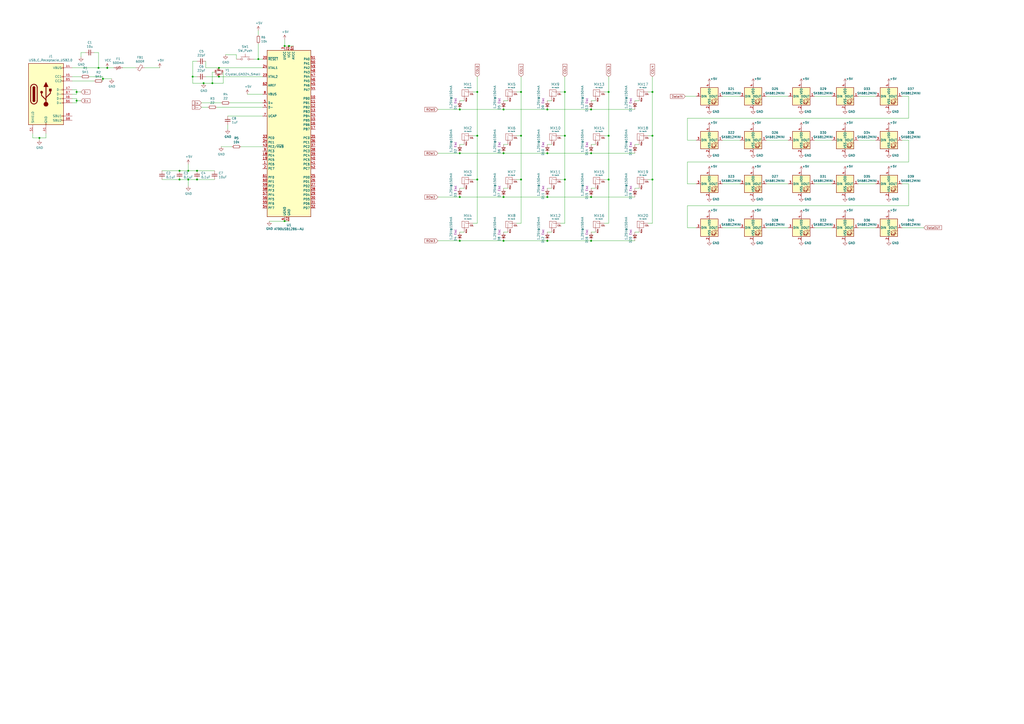
<source format=kicad_sch>
(kicad_sch (version 20211123) (generator eeschema)
  (paper "A2")
  (title_block (title "Macro Board"))
  (junction (at 276.86 104.14))
  (junction (at 266.7 139.7))
  (junction (at 302.26 104.14))
  (junction (at 276.86 53.34))
  (junction (at 317.5 63.5))
  (junction (at 378.46 53.34))
  (junction (at 109.22 99.06))
  (junction (at 104.14 99.06))
  (junction (at 127 39.37))
  (junction (at 353.06 53.34))
  (junction (at 317.5 114.3))
  (junction (at 165.1 26.67))
  (junction (at 118.11 48.26))
  (junction (at 327.66 78.74))
  (junction (at 353.06 78.74))
  (junction (at 302.26 53.34))
  (junction (at 292.1 88.9))
  (junction (at 22.86 80.01))
  (junction (at 266.7 88.9))
  (junction (at 327.66 53.34))
  (junction (at 378.46 78.74))
  (junction (at 109.22 104.14))
  (junction (at 266.7 114.3))
  (junction (at 292.1 139.7))
  (junction (at 167.64 26.67))
  (junction (at 317.5 139.7))
  (junction (at 342.9 63.5))
  (junction (at 292.1 63.5))
  (junction (at 123.19 48.26))
  (junction (at 104.14 104.14))
  (junction (at 266.7 63.5))
  (junction (at 44.45 58.42))
  (junction (at 114.3 104.14))
  (junction (at 292.1 114.3))
  (junction (at 62.23 39.37))
  (junction (at 302.26 78.74))
  (junction (at 165.1 128.27))
  (junction (at 378.46 104.14))
  (junction (at 342.9 139.7))
  (junction (at 317.5 88.9))
  (junction (at 327.66 104.14))
  (junction (at 114.3 99.06))
  (junction (at 149.86 34.29))
  (junction (at 111.76 44.45))
  (junction (at 59.69 45.72))
  (junction (at 57.15 39.37))
  (junction (at 276.86 78.74))
  (junction (at 44.45 53.34))
  (junction (at 342.9 88.9))
  (junction (at 127 44.45))
  (junction (at 353.06 104.14))
  (junction (at 342.9 114.3))
  (wire (pts (xy 19.05 80.01) (xy 22.86 80.01)))
  (wire (pts (xy 350.52 78.74) (xy 353.06 78.74)))
  (wire (pts (xy 527.05 119.38) (xy 398.78 119.38)))
  (wire (pts (xy 109.22 99.06) (xy 114.3 99.06)))
  (wire (pts (xy 444.5 81.28) (xy 457.2 81.28)))
  (wire (pts (xy 104.14 99.06) (xy 109.22 99.06)))
  (wire (pts (xy 266.7 114.3) (xy 292.1 114.3)))
  (wire (pts (xy 397.51 55.88) (xy 403.86 55.88)))
  (wire (pts (xy 44.45 59.69) (xy 41.91 59.69)))
  (wire (pts (xy 375.92 78.74) (xy 378.46 78.74)))
  (wire (pts (xy 147.32 34.29) (xy 149.86 34.29)))
  (wire (pts (xy 342.9 83.82) (xy 345.44 83.82)))
  (wire (pts (xy 299.72 78.74) (xy 302.26 78.74)))
  (wire (pts (xy 398.78 132.08) (xy 403.86 132.08)))
  (wire (pts (xy 266.7 134.62) (xy 269.24 134.62)))
  (wire (pts (xy 523.24 132.08) (xy 535.94 132.08)))
  (wire (pts (xy 254 88.9) (xy 266.7 88.9)))
  (wire (pts (xy 114.3 104.14) (xy 124.46 104.14)))
  (wire (pts (xy 266.7 63.5) (xy 292.1 63.5)))
  (wire (pts (xy 83.82 39.37) (xy 92.71 39.37)))
  (wire (pts (xy 266.7 109.22) (xy 269.24 109.22)))
  (wire (pts (xy 132.08 72.39) (xy 132.08 74.93)))
  (wire (pts (xy 46.99 30.48) (xy 46.99 33.02)))
  (wire (pts (xy 350.52 129.54) (xy 353.06 129.54)))
  (wire (pts (xy 129.54 41.91) (xy 129.54 48.26)))
  (wire (pts (xy 114.3 99.06) (xy 124.46 99.06)))
  (wire (pts (xy 317.5 114.3) (xy 342.9 114.3)))
  (wire (pts (xy 419.1 132.08) (xy 429.26 132.08)))
  (wire (pts (xy 152.4 59.69) (xy 133.35 59.69)))
  (wire (pts (xy 317.5 83.82) (xy 320.04 83.82)))
  (wire (pts (xy 527.05 106.68) (xy 527.05 119.38)))
  (wire (pts (xy 368.3 83.82) (xy 370.84 83.82)))
  (wire (pts (xy 266.7 88.9) (xy 292.1 88.9)))
  (wire (pts (xy 276.86 78.74) (xy 276.86 104.14)))
  (wire (pts (xy 123.19 48.26) (xy 129.54 48.26)))
  (wire (pts (xy 497.84 81.28) (xy 508 81.28)))
  (wire (pts (xy 398.78 81.28) (xy 403.86 81.28)))
  (wire (pts (xy 152.4 39.37) (xy 127 39.37)))
  (wire (pts (xy 59.69 44.45) (xy 59.69 45.72)))
  (wire (pts (xy 109.22 104.14) (xy 109.22 107.95)))
  (wire (pts (xy 368.3 109.22) (xy 370.84 109.22)))
  (wire (pts (xy 254 63.5) (xy 266.7 63.5)))
  (wire (pts (xy 342.9 63.5) (xy 368.3 63.5)))
  (wire (pts (xy 353.06 53.34) (xy 353.06 78.74)))
  (wire (pts (xy 444.5 132.08) (xy 457.2 132.08)))
  (wire (pts (xy 342.9 134.62) (xy 345.44 134.62)))
  (wire (pts (xy 44.45 58.42) (xy 44.45 59.69)))
  (wire (pts (xy 152.4 54.61) (xy 143.51 54.61)))
  (wire (pts (xy 292.1 58.42) (xy 294.64 58.42)))
  (wire (pts (xy 19.05 77.47) (xy 19.05 80.01)))
  (wire (pts (xy 497.84 132.08) (xy 508 132.08)))
  (wire (pts (xy 59.69 46.99) (xy 59.69 45.72)))
  (wire (pts (xy 149.86 34.29) (xy 149.86 25.4)))
  (wire (pts (xy 104.14 104.14) (xy 109.22 104.14)))
  (wire (pts (xy 353.06 78.74) (xy 353.06 104.14)))
  (wire (pts (xy 137.16 31.75) (xy 130.81 31.75)))
  (wire (pts (xy 44.45 53.34) (xy 46.99 53.34)))
  (wire (pts (xy 127 44.45) (xy 119.38 44.45)))
  (wire (pts (xy 128.27 59.69) (xy 116.84 59.69)))
  (wire (pts (xy 137.16 34.29) (xy 137.16 31.75)))
  (wire (pts (xy 523.24 55.88) (xy 527.05 55.88)))
  (wire (pts (xy 368.3 58.42) (xy 370.84 58.42)))
  (wire (pts (xy 527.05 93.98) (xy 398.78 93.98)))
  (wire (pts (xy 444.5 55.88) (xy 457.2 55.88)))
  (wire (pts (xy 325.12 104.14) (xy 327.66 104.14)))
  (wire (pts (xy 170.18 26.67) (xy 167.64 26.67)))
  (wire (pts (xy 26.67 80.01) (xy 26.67 77.47)))
  (wire (pts (xy 93.98 104.14) (xy 104.14 104.14)))
  (wire (pts (xy 317.5 58.42) (xy 320.04 58.42)))
  (wire (pts (xy 149.86 34.29) (xy 152.4 34.29)))
  (wire (pts (xy 127 39.37) (xy 119.38 39.37)))
  (wire (pts (xy 342.9 139.7) (xy 368.3 139.7)))
  (wire (pts (xy 57.15 39.37) (xy 62.23 39.37)))
  (wire (pts (xy 350.52 53.34) (xy 353.06 53.34)))
  (wire (pts (xy 419.1 55.88) (xy 429.26 55.88)))
  (wire (pts (xy 342.9 109.22) (xy 345.44 109.22)))
  (wire (pts (xy 167.64 128.27) (xy 165.1 128.27)))
  (wire (pts (xy 59.69 45.72) (xy 64.77 45.72)))
  (wire (pts (xy 325.12 78.74) (xy 327.66 78.74)))
  (wire (pts (xy 119.38 39.37) (xy 119.38 35.56)))
  (wire (pts (xy 317.5 88.9) (xy 342.9 88.9)))
  (wire (pts (xy 22.86 80.01) (xy 22.86 81.28)))
  (wire (pts (xy 302.26 78.74) (xy 302.26 104.14)))
  (wire (pts (xy 41.91 44.45) (xy 46.99 44.45)))
  (wire (pts (xy 52.07 44.45) (xy 59.69 44.45)))
  (wire (pts (xy 114.3 44.45) (xy 111.76 44.45)))
  (wire (pts (xy 276.86 44.45) (xy 276.86 53.34)))
  (wire (pts (xy 292.1 83.82) (xy 294.64 83.82)))
  (wire (pts (xy 398.78 93.98) (xy 398.78 106.68)))
  (wire (pts (xy 149.86 20.32) (xy 149.86 17.78)))
  (wire (pts (xy 299.72 104.14) (xy 302.26 104.14)))
  (wire (pts (xy 41.91 39.37) (xy 57.15 39.37)))
  (wire (pts (xy 398.78 68.58) (xy 398.78 81.28)))
  (wire (pts (xy 57.15 39.37) (xy 57.15 30.48)))
  (wire (pts (xy 165.1 26.67) (xy 165.1 22.86)))
  (wire (pts (xy 123.19 41.91) (xy 123.19 48.26)))
  (wire (pts (xy 398.78 106.68) (xy 403.86 106.68)))
  (wire (pts (xy 167.64 26.67) (xy 165.1 26.67)))
  (wire (pts (xy 472.44 132.08) (xy 482.6 132.08)))
  (wire (pts (xy 266.7 83.82) (xy 269.24 83.82)))
  (wire (pts (xy 472.44 55.88) (xy 482.6 55.88)))
  (wire (pts (xy 41.91 46.99) (xy 54.61 46.99)))
  (wire (pts (xy 350.52 104.14) (xy 353.06 104.14)))
  (wire (pts (xy 274.32 53.34) (xy 276.86 53.34)))
  (wire (pts (xy 44.45 57.15) (xy 44.45 58.42)))
  (wire (pts (xy 497.84 106.68) (xy 508 106.68)))
  (wire (pts (xy 292.1 114.3) (xy 317.5 114.3)))
  (wire (pts (xy 274.32 129.54) (xy 276.86 129.54)))
  (wire (pts (xy 523.24 106.68) (xy 527.05 106.68)))
  (wire (pts (xy 302.26 104.14) (xy 302.26 129.54)))
  (wire (pts (xy 419.1 81.28) (xy 429.26 81.28)))
  (wire (pts (xy 292.1 134.62) (xy 294.64 134.62)))
  (wire (pts (xy 317.5 134.62) (xy 320.04 134.62)))
  (wire (pts (xy 292.1 139.7) (xy 317.5 139.7)))
  (wire (pts (xy 398.78 119.38) (xy 398.78 132.08)))
  (wire (pts (xy 523.24 81.28) (xy 527.05 81.28)))
  (wire (pts (xy 254 139.7) (xy 266.7 139.7)))
  (wire (pts (xy 165.1 128.27) (xy 156.21 128.27)))
  (wire (pts (xy 368.3 134.62) (xy 370.84 134.62)))
  (wire (pts (xy 378.46 78.74) (xy 378.46 104.14)))
  (wire (pts (xy 292.1 63.5) (xy 317.5 63.5)))
  (wire (pts (xy 111.76 35.56) (xy 111.76 44.45)))
  (wire (pts (xy 375.92 129.54) (xy 378.46 129.54)))
  (wire (pts (xy 134.62 85.09) (xy 128.27 85.09)))
  (wire (pts (xy 527.05 68.58) (xy 398.78 68.58)))
  (wire (pts (xy 124.46 41.91) (xy 123.19 41.91)))
  (wire (pts (xy 274.32 78.74) (xy 276.86 78.74)))
  (wire (pts (xy 123.19 48.26) (xy 118.11 48.26)))
  (wire (pts (xy 327.66 78.74) (xy 327.66 104.14)))
  (wire (pts (xy 109.22 99.06) (xy 109.22 95.25)))
  (wire (pts (xy 325.12 129.54) (xy 327.66 129.54)))
  (wire (pts (xy 299.72 53.34) (xy 302.26 53.34)))
  (wire (pts (xy 419.1 106.68) (xy 429.26 106.68)))
  (wire (pts (xy 378.46 53.34) (xy 378.46 78.74)))
  (wire (pts (xy 444.5 106.68) (xy 457.2 106.68)))
  (wire (pts (xy 292.1 109.22) (xy 294.64 109.22)))
  (wire (pts (xy 254 114.3) (xy 266.7 114.3)))
  (wire (pts (xy 22.86 80.01) (xy 26.67 80.01)))
  (wire (pts (xy 317.5 139.7) (xy 342.9 139.7)))
  (wire (pts (xy 317.5 63.5) (xy 342.9 63.5)))
  (wire (pts (xy 325.12 53.34) (xy 327.66 53.34)))
  (wire (pts (xy 353.06 44.45) (xy 353.06 53.34)))
  (wire (pts (xy 49.53 30.48) (xy 46.99 30.48)))
  (wire (pts (xy 44.45 52.07) (xy 44.45 53.34)))
  (wire (pts (xy 41.91 57.15) (xy 44.45 57.15)))
  (wire (pts (xy 93.98 99.06) (xy 104.14 99.06)))
  (wire (pts (xy 266.7 58.42) (xy 269.24 58.42)))
  (wire (pts (xy 292.1 88.9) (xy 317.5 88.9)))
  (wire (pts (xy 342.9 88.9) (xy 368.3 88.9)))
  (wire (pts (xy 114.3 35.56) (xy 111.76 35.56)))
  (wire (pts (xy 353.06 104.14) (xy 353.06 129.54)))
  (wire (pts (xy 472.44 106.68) (xy 482.6 106.68)))
  (wire (pts (xy 276.86 53.34) (xy 276.86 78.74)))
  (wire (pts (xy 120.65 62.23) (xy 116.84 62.23)))
  (wire (pts (xy 41.91 52.07) (xy 44.45 52.07)))
  (wire (pts (xy 62.23 39.37) (xy 66.04 39.37)))
  (wire (pts (xy 342.9 58.42) (xy 345.44 58.42)))
  (wire (pts (xy 299.72 129.54) (xy 302.26 129.54)))
  (wire (pts (xy 44.45 53.34) (xy 44.45 54.61)))
  (wire (pts (xy 111.76 48.26) (xy 118.11 48.26)))
  (wire (pts (xy 71.12 39.37) (xy 78.74 39.37)))
  (wire (pts (xy 111.76 44.45) (xy 111.76 48.26)))
  (wire (pts (xy 44.45 54.61) (xy 41.91 54.61)))
  (wire (pts (xy 152.4 62.23) (xy 125.73 62.23)))
  (wire (pts (xy 302.26 53.34) (xy 302.26 78.74)))
  (wire (pts (xy 109.22 104.14) (xy 114.3 104.14)))
  (wire (pts (xy 274.32 104.14) (xy 276.86 104.14)))
  (wire (pts (xy 375.92 53.34) (xy 378.46 53.34)))
  (wire (pts (xy 276.86 104.14) (xy 276.86 129.54)))
  (wire (pts (xy 317.5 109.22) (xy 320.04 109.22)))
  (wire (pts (xy 327.66 53.34) (xy 327.66 78.74)))
  (wire (pts (xy 57.15 30.48) (xy 54.61 30.48)))
  (wire (pts (xy 152.4 67.31) (xy 132.08 67.31)))
  (wire (pts (xy 44.45 58.42) (xy 46.99 58.42)))
  (wire (pts (xy 527.05 55.88) (xy 527.05 68.58)))
  (wire (pts (xy 342.9 114.3) (xy 368.3 114.3)))
  (wire (pts (xy 378.46 44.45) (xy 378.46 53.34)))
  (wire (pts (xy 497.84 55.88) (xy 508 55.88)))
  (wire (pts (xy 375.92 104.14) (xy 378.46 104.14)))
  (wire (pts (xy 139.7 85.09) (xy 152.4 85.09)))
  (wire (pts (xy 472.44 81.28) (xy 482.6 81.28)))
  (wire (pts (xy 152.4 44.45) (xy 127 44.45)))
  (wire (pts (xy 266.7 139.7) (xy 292.1 139.7)))
  (wire (pts (xy 327.66 104.14) (xy 327.66 129.54)))
  (wire (pts (xy 302.26 44.45) (xy 302.26 53.34)))
  (wire (pts (xy 378.46 104.14) (xy 378.46 129.54)))
  (wire (pts (xy 327.66 44.45) (xy 327.66 53.34)))
  (wire (pts (xy 527.05 81.28) (xy 527.05 93.98)))
  (global_label "COL0" (shape input) (at 276.86 44.45 90) (property "Intersheet References" "${INTERSHEET_REFS}" (effects hide)))
  (global_label "D-" (shape input) (at 46.99 53.34 0) (property "Intersheet References" "${INTERSHEET_REFS}" (effects hide)))
  (global_label "COL2" (shape input) (at 327.66 44.45 90) (property "Intersheet References" "${INTERSHEET_REFS}" (effects hide)))
  (global_label "DataOUT" (shape input) (at 535.94 132.08 0) (property "Intersheet References" "${INTERSHEET_REFS}" (effects hide)))
  (global_label "ROW2" (shape input) (at 254 114.3 180) (property "Intersheet References" "${INTERSHEET_REFS}" (effects hide)))
  (global_label "D+" (shape input) (at 116.84 59.69 180) (property "Intersheet References" "${INTERSHEET_REFS}" (effects hide)))
  (global_label "D+" (shape input) (at 46.99 58.42 0) (property "Intersheet References" "${INTERSHEET_REFS}" (effects hide)))
  (global_label "DataIN" (shape input) (at 397.51 55.88 180) (property "Intersheet References" "${INTERSHEET_REFS}" (effects hide)))
  (global_label "COL3" (shape input) (at 353.06 44.45 90) (property "Intersheet References" "${INTERSHEET_REFS}" (effects hide)))
  (global_label "COL4" (shape input) (at 378.46 44.45 90) (property "Intersheet References" "${INTERSHEET_REFS}" (effects hide)))
  (global_label "ROW3" (shape input) (at 254 139.7 180) (property "Intersheet References" "${INTERSHEET_REFS}" (effects hide)))
  (global_label "COL1" (shape input) (at 302.26 44.45 90) (property "Intersheet References" "${INTERSHEET_REFS}" (effects hide)))
  (global_label "ROW1" (shape input) (at 254 88.9 180) (property "Intersheet References" "${INTERSHEET_REFS}" (effects hide)))
  (global_label "D-" (shape input) (at 116.84 62.23 180) (property "Intersheet References" "${INTERSHEET_REFS}" (effects hide)))
  (global_label "ROW0" (shape input) (at 254 63.5 180) (property "Intersheet References" "${INTERSHEET_REFS}" (effects hide)))
  (symbol (lib_id "Device:R_Small") (at 49.53 44.45 270) (unit 1)
    (property "Reference" "R1" (at 49.53 39.4716 90))
    (property "Value" "5K1" (at 49.53 41.783 90))
    (property "Footprint" "Resistor_SMD:R_0805_2012Metric" (effects hide))
  )
  (symbol (lib_id "power:GND") (at 464.82 114.3 0) (unit 1)
    (property "Reference" "#PWR0138" (effects hide))
    (property "Value" "GND" (at 468.63 115.57 0))
  )
  (symbol (lib_id "power:+5V") (at 92.71 39.37 0) (unit 1)
    (property "Reference" "#PWR0105" (effects hide))
    (property "Value" "+5V" (at 93.091 34.9758 0))
  )
  (symbol (lib_id "Switch:SW_Push") (at 142.24 34.29 0) (unit 1)
    (property "Reference" "SW1" (at 142.24 27.051 0))
    (property "Value" "SW_Push" (at 142.24 29.3624 0))
    (property "Footprint" "random-keyboard-parts:SKQG-1155865" (effects hide))
  )
  (symbol (lib_id "pcb-rescue:MX-NoLED-MX_Alps_Hybrid") (at 270.51 105.41 0) (unit 1)
    (property "Reference" "MX3" (at 271.3482 99.7458 0) (effects (font (size 1.524 1.524))))
    (property "Value" "MX-NoLED" (at 271.3482 101.6254 0) (effects (font (size 0.508 0.508))))
    (property "Footprint" "kailh-switches-hotswap:Kailh-Hotswap-1U" (effects hide))
  )
  (symbol (lib_id "power:GND") (at 128.27 85.09 0) (unit 1)
    (property "Reference" "#PWR0114" (effects hide))
    (property "Value" "GND" (at 128.397 89.4842 0))
  )
  (symbol (lib_id "power:+5V") (at 490.22 48.26 0) (unit 1)
    (property "Reference" "#PWR0133" (effects hide))
    (property "Value" "+5V" (at 492.76 45.72 0))
  )
  (symbol (lib_id "led:D_Small") (at 266.7 86.36 90) (unit 1)
    (property "Reference" "D2" (at 264.16 86.36 0) (effects (justify right)))
    (property "Value" "1.25V@150mA" (at 261.62 74.93 0) (effects (justify right)))
    (property "Footprint" "led:D_SOD-123" (effects hide))
    (property "Name" "Esc" (at 264.16 83.82 0))
    (property "Item" "1N4148W" (effects hide))
    (property "LCSC" "https://lcsc.com/product-detail/Switching-Diode_GOODWORK-1N4148W_C909967.html" (effects hide))
  )
  (symbol (lib_id "power:GND") (at 490.22 63.5 0) (unit 1)
    (property "Reference" "#PWR0132" (effects hide))
    (property "Value" "GND" (at 494.03 64.77 0))
  )
  (symbol (lib_id "led:D_Small") (at 292.1 137.16 90) (unit 1)
    (property "Reference" "D8" (at 289.56 137.16 0) (effects (justify right)))
    (property "Value" "1.25V@150mA" (at 287.02 125.73 0) (effects (justify right)))
    (property "Footprint" "led:D_SOD-123" (effects hide))
    (property "Name" "Esc" (at 289.56 134.62 0))
    (property "Item" "1N4148W" (effects hide))
    (property "LCSC" "https://lcsc.com/product-detail/Switching-Diode_GOODWORK-1N4148W_C909967.html" (effects hide))
  )
  (symbol (lib_id "led:D_Small") (at 368.3 111.76 90) (unit 1)
    (property "Reference" "D19" (at 365.76 111.76 0) (effects (justify right)))
    (property "Value" "1.25V@150mA" (at 363.22 100.33 0) (effects (justify right)))
    (property "Footprint" "led:D_SOD-123" (effects hide))
    (property "Name" "Esc" (at 365.76 109.22 0))
    (property "Item" "1N4148W" (effects hide))
    (property "LCSC" "https://lcsc.com/product-detail/Switching-Diode_GOODWORK-1N4148W_C909967.html" (effects hide))
  )
  (symbol (lib_id "power:GND") (at 464.82 88.9 0) (unit 1)
    (property "Reference" "#PWR0137" (effects hide))
    (property "Value" "GND" (at 468.63 90.17 0))
  )
  (symbol (lib_id "power:+5V") (at 515.62 48.26 0) (unit 1)
    (property "Reference" "#PWR0134" (effects hide))
    (property "Value" "+5V" (at 518.16 45.72 0))
  )
  (symbol (lib_id "Device:C_Small") (at 93.98 101.6 0) (unit 1)
    (property "Reference" "C2" (at 96.3168 100.4316 0) (effects (justify left)))
    (property "Value" "0.1uF" (at 96.3168 102.743 0) (effects (justify left)))
    (property "Footprint" "Capacitor_SMD:C_0805_2012Metric" (effects hide))
  )
  (symbol (lib_id "power:GND") (at 464.82 63.5 0) (unit 1)
    (property "Reference" "#PWR0141" (effects hide))
    (property "Value" "GND" (at 468.63 64.77 0))
  )
  (symbol (lib_id "LED:SK6812MINI") (at 436.88 55.88 0) (unit 1)
    (property "Reference" "D25" (at 449.58 51.5493 0))
    (property "Value" "SK6812MINI" (at 449.58 54.0893 0))
    (property "Footprint" "led:SK6812MINI_3.5x3.7mm_SMD-Flipped-Back" (effects hide))
    (property "Datasheet" "https://cdn-shop.adafruit.com/product-files/2686/SK6812MINI_REV.01-1-2.pdf" (effects hide))
  )
  (symbol (lib_id "power:+5V") (at 436.88 48.26 0) (unit 1)
    (property "Reference" "#PWR0120" (effects hide))
    (property "Value" "+5V" (at 439.42 45.72 0))
  )
  (symbol (lib_id "Device:Polyfuse_Small") (at 68.58 39.37 270) (unit 1)
    (property "Reference" "F1" (at 68.58 34.163 90))
    (property "Value" "500mA" (at 68.58 36.4744 90))
    (property "Footprint" "Fuse:Fuse_1206_3216Metric" (effects hide))
  )
  (symbol (lib_id "LED:SK6812MINI") (at 411.48 81.28 0) (unit 1)
    (property "Reference" "D22" (at 424.18 76.9493 0))
    (property "Value" "SK6812MINI" (at 424.18 79.4893 0))
    (property "Footprint" "led:SK6812MINI_3.5x3.7mm_SMD-Flipped-Back" (effects hide))
    (property "Datasheet" "https://cdn-shop.adafruit.com/product-files/2686/SK6812MINI_REV.01-1-2.pdf" (effects hide))
  )
  (symbol (lib_id "LED:SK6812MINI") (at 436.88 106.68 0) (unit 1)
    (property "Reference" "D27" (at 449.58 102.3493 0))
    (property "Value" "SK6812MINI" (at 449.58 104.8893 0))
    (property "Footprint" "led:SK6812MINI_3.5x3.7mm_SMD-Flipped-Back" (effects hide))
    (property "Datasheet" "https://cdn-shop.adafruit.com/product-files/2686/SK6812MINI_REV.01-1-2.pdf" (effects hide))
  )
  (symbol (lib_id "pcb-rescue:USB_C_Receptacle_USB2.0-Connector") (at 26.67 54.61 0) (unit 1)
    (property "Reference" "J1" (at 29.3878 32.5882 0))
    (property "Value" "USB_C_Receptacle_USB2.0" (at 29.3878 34.8996 0))
    (property "Footprint" "Connector_USB:USB_C_Receptacle_HRO_TYPE-C-31-M-12" (effects hide))
    (property "Datasheet" "https://www.usb.org/sites/default/files/documents/usb_type-c.zip" (effects hide))
  )
  (symbol (lib_id "pcb-rescue:MX-NoLED-MX_Alps_Hybrid") (at 270.51 54.61 0) (unit 1)
    (property "Reference" "MX1" (at 271.3482 48.9458 0) (effects (font (size 1.524 1.524))))
    (property "Value" "MX-NoLED" (at 271.3482 50.8254 0) (effects (font (size 0.508 0.508))))
    (property "Footprint" "kailh-switches-hotswap:Kailh-Hotswap-1U" (effects hide))
  )
  (symbol (lib_id "power:+5V") (at 165.1 22.86 0) (unit 1)
    (property "Reference" "#PWR0101" (effects hide))
    (property "Value" "+5V" (at 165.481 18.4658 0))
  )
  (symbol (lib_id "LED:SK6812MINI") (at 490.22 132.08 0) (unit 1)
    (property "Reference" "D36" (at 502.92 127.7493 0))
    (property "Value" "SK6812MINI" (at 502.92 130.2893 0))
    (property "Footprint" "led:SK6812MINI_3.5x3.7mm_SMD-Flipped-Back" (effects hide))
    (property "Datasheet" "https://cdn-shop.adafruit.com/product-files/2686/SK6812MINI_REV.01-1-2.pdf" (effects hide))
  )
  (symbol (lib_id "power:GND") (at 46.99 33.02 0) (unit 1)
    (property "Reference" "#PWR0107" (effects hide))
    (property "Value" "GND" (at 47.117 37.4142 0))
  )
  (symbol (lib_id "led:D_Small") (at 342.9 60.96 90) (unit 1)
    (property "Reference" "D13" (at 340.36 60.96 0) (effects (justify right)))
    (property "Value" "1.25V@150mA" (at 337.82 49.53 0) (effects (justify right)))
    (property "Footprint" "led:D_SOD-123" (effects hide))
    (property "Name" "Esc" (at 340.36 58.42 0))
    (property "Item" "1N4148W" (effects hide))
    (property "LCSC" "https://lcsc.com/product-detail/Switching-Diode_GOODWORK-1N4148W_C909967.html" (effects hide))
  )
  (symbol (lib_id "power:GND") (at 436.88 114.3 0) (unit 1)
    (property "Reference" "#PWR0122" (effects hide))
    (property "Value" "GND" (at 440.69 115.57 0))
  )
  (symbol (lib_id "power:+5V") (at 464.82 99.06 0) (unit 1)
    (property "Reference" "#PWR0139" (effects hide))
    (property "Value" "+5V" (at 467.36 96.52 0))
  )
  (symbol (lib_id "power:GND") (at 109.22 107.95 0) (unit 1)
    (property "Reference" "#PWR0104" (effects hide))
    (property "Value" "GND" (at 109.347 112.3442 0))
  )
  (symbol (lib_id "pcb-rescue:MX-NoLED-MX_Alps_Hybrid") (at 321.31 54.61 0) (unit 1)
    (property "Reference" "MX9" (at 322.1482 48.9458 0) (effects (font (size 1.524 1.524))))
    (property "Value" "MX-NoLED" (at 322.1482 50.8254 0) (effects (font (size 0.508 0.508))))
    (property "Footprint" "kailh-switches-hotswap:Kailh-Hotswap-1U" (effects hide))
  )
  (symbol (lib_id "power:GND") (at 436.88 139.7 0) (unit 1)
    (property "Reference" "#PWR0131" (effects hide))
    (property "Value" "GND" (at 440.69 140.97 0))
  )
  (symbol (lib_id "pcb-rescue:MX-NoLED-MX_Alps_Hybrid") (at 295.91 54.61 0) (unit 1)
    (property "Reference" "MX5" (at 296.7482 48.9458 0) (effects (font (size 1.524 1.524))))
    (property "Value" "MX-NoLED" (at 296.7482 50.8254 0) (effects (font (size 0.508 0.508))))
    (property "Footprint" "kailh-switches-hotswap:Kailh-Hotswap-1U" (effects hide))
  )
  (symbol (lib_id "led:D_Small") (at 266.7 60.96 90) (unit 1)
    (property "Reference" "D1" (at 264.16 60.96 0) (effects (justify right)))
    (property "Value" "1.25V@150mA" (at 261.62 49.53 0) (effects (justify right)))
    (property "Footprint" "led:D_SOD-123" (effects hide))
    (property "Name" "Esc" (at 264.16 58.42 0))
    (property "Item" "1N4148W" (effects hide))
    (property "LCSC" "https://lcsc.com/product-detail/Switching-Diode_GOODWORK-1N4148W_C909967.html" (effects hide))
  )
  (symbol (lib_id "led:D_Small") (at 317.5 137.16 90) (unit 1)
    (property "Reference" "D12" (at 314.96 137.16 0) (effects (justify right)))
    (property "Value" "1.25V@150mA" (at 312.42 125.73 0) (effects (justify right)))
    (property "Footprint" "led:D_SOD-123" (effects hide))
    (property "Name" "Esc" (at 314.96 134.62 0))
    (property "Item" "1N4148W" (effects hide))
    (property "LCSC" "https://lcsc.com/product-detail/Switching-Diode_GOODWORK-1N4148W_C909967.html" (effects hide))
  )
  (symbol (lib_id "pcb-rescue:MX-NoLED-MX_Alps_Hybrid") (at 321.31 80.01 0) (unit 1)
    (property "Reference" "MX10" (at 322.1482 74.3458 0) (effects (font (size 1.524 1.524))))
    (property "Value" "MX-NoLED" (at 322.1482 76.2254 0) (effects (font (size 0.508 0.508))))
    (property "Footprint" "kailh-switches-hotswap:Kailh-Hotswap-1U" (effects hide))
  )
  (symbol (lib_id "power:GND") (at 411.48 114.3 0) (unit 1)
    (property "Reference" "#PWR0125" (effects hide))
    (property "Value" "GND" (at 415.29 115.57 0))
  )
  (symbol (lib_id "power:+5V") (at 411.48 73.66 0) (unit 1)
    (property "Reference" "#PWR0126" (effects hide))
    (property "Value" "+5V" (at 414.02 71.12 0))
  )
  (symbol (lib_id "Device:R_Small") (at 123.19 62.23 270) (mirror x) (unit 1)
    (property "Reference" "R3" (at 123.19 57.2516 90))
    (property "Value" "22" (at 123.19 59.563 90))
    (property "Footprint" "Resistor_SMD:R_0805_2012Metric" (effects hide))
  )
  (symbol (lib_id "power:+5V") (at 490.22 99.06 0) (unit 1)
    (property "Reference" "#PWR0151" (effects hide))
    (property "Value" "+5V" (at 492.76 96.52 0))
  )
  (symbol (lib_id "power:+5V") (at 436.88 124.46 0) (unit 1)
    (property "Reference" "#PWR0128" (effects hide))
    (property "Value" "+5V" (at 439.42 121.92 0))
  )
  (symbol (lib_id "LED:SK6812MINI") (at 436.88 81.28 0) (unit 1)
    (property "Reference" "D26" (at 449.58 76.9493 0))
    (property "Value" "SK6812MINI" (at 449.58 79.4893 0))
    (property "Footprint" "led:SK6812MINI_3.5x3.7mm_SMD-Flipped-Back" (effects hide))
    (property "Datasheet" "https://cdn-shop.adafruit.com/product-files/2686/SK6812MINI_REV.01-1-2.pdf" (effects hide))
  )
  (symbol (lib_id "Device:C_Small") (at 114.3 101.6 0) (unit 1)
    (property "Reference" "C4" (at 116.6368 100.4316 0) (effects (justify left)))
    (property "Value" "0.1uF" (at 116.6368 102.743 0) (effects (justify left)))
    (property "Footprint" "Capacitor_SMD:C_0805_2012Metric" (effects hide))
  )
  (symbol (lib_id "pcb-rescue:MX-NoLED-MX_Alps_Hybrid") (at 372.11 105.41 0) (unit 1)
    (property "Reference" "MX19" (at 372.9482 99.7458 0) (effects (font (size 1.524 1.524))))
    (property "Value" "MX-NoLED" (at 372.9482 101.6254 0) (effects (font (size 0.508 0.508))))
    (property "Footprint" "kailh-switches-hotswap:Kailh-Hotswap-1U" (effects hide))
  )
  (symbol (lib_id "led:D_Small") (at 266.7 111.76 90) (unit 1)
    (property "Reference" "D3" (at 264.16 111.76 0) (effects (justify right)))
    (property "Value" "1.25V@150mA" (at 261.62 100.33 0) (effects (justify right)))
    (property "Footprint" "led:D_SOD-123" (effects hide))
    (property "Name" "Esc" (at 264.16 109.22 0))
    (property "Item" "1N4148W" (effects hide))
    (property "LCSC" "https://lcsc.com/product-detail/Switching-Diode_GOODWORK-1N4148W_C909967.html" (effects hide))
  )
  (symbol (lib_id "power:+5V") (at 515.62 73.66 0) (unit 1)
    (property "Reference" "#PWR0144" (effects hide))
    (property "Value" "+5V" (at 518.16 71.12 0))
  )
  (symbol (lib_id "power:GND") (at 130.81 31.75 0) (unit 1)
    (property "Reference" "#PWR0103" (effects hide))
    (property "Value" "GND" (at 130.937 36.1442 0))
  )
  (symbol (lib_id "power:+5V") (at 464.82 124.46 0) (unit 1)
    (property "Reference" "#PWR0150" (effects hide))
    (property "Value" "+5V" (at 467.36 121.92 0))
  )
  (symbol (lib_id "power:+5V") (at 490.22 73.66 0) (unit 1)
    (property "Reference" "#PWR0136" (effects hide))
    (property "Value" "+5V" (at 492.76 71.12 0))
  )
  (symbol (lib_id "led:D_Small") (at 292.1 60.96 90) (unit 1)
    (property "Reference" "D5" (at 289.56 60.96 0) (effects (justify right)))
    (property "Value" "1.25V@150mA" (at 287.02 49.53 0) (effects (justify right)))
    (property "Footprint" "led:D_SOD-123" (effects hide))
    (property "Name" "Esc" (at 289.56 58.42 0))
    (property "Item" "1N4148W" (effects hide))
    (property "LCSC" "https://lcsc.com/product-detail/Switching-Diode_GOODWORK-1N4148W_C909967.html" (effects hide))
  )
  (symbol (lib_id "led:D_Small") (at 368.3 86.36 90) (unit 1)
    (property "Reference" "D18" (at 365.76 86.36 0) (effects (justify right)))
    (property "Value" "1.25V@150mA" (at 363.22 74.93 0) (effects (justify right)))
    (property "Footprint" "led:D_SOD-123" (effects hide))
    (property "Name" "Esc" (at 365.76 83.82 0))
    (property "Item" "1N4148W" (effects hide))
    (property "LCSC" "https://lcsc.com/product-detail/Switching-Diode_GOODWORK-1N4148W_C909967.html" (effects hide))
  )
  (symbol (lib_id "pcb-rescue:MX-NoLED-MX_Alps_Hybrid") (at 346.71 80.01 0) (unit 1)
    (property "Reference" "MX14" (at 347.5482 74.3458 0) (effects (font (size 1.524 1.524))))
    (property "Value" "MX-NoLED" (at 347.5482 76.2254 0) (effects (font (size 0.508 0.508))))
    (property "Footprint" "kailh-switches-hotswap:Kailh-Hotswap-1U" (effects hide))
  )
  (symbol (lib_id "led:D_Small") (at 292.1 111.76 90) (unit 1)
    (property "Reference" "D7" (at 289.56 111.76 0) (effects (justify right)))
    (property "Value" "1.25V@150mA" (at 287.02 100.33 0) (effects (justify right)))
    (property "Footprint" "led:D_SOD-123" (effects hide))
    (property "Name" "Esc" (at 289.56 109.22 0))
    (property "Item" "1N4148W" (effects hide))
    (property "LCSC" "https://lcsc.com/product-detail/Switching-Diode_GOODWORK-1N4148W_C909967.html" (effects hide))
  )
  (symbol (lib_id "power:+5V") (at 515.62 99.06 0) (unit 1)
    (property "Reference" "#PWR0146" (effects hide))
    (property "Value" "+5V" (at 518.16 96.52 0))
  )
  (symbol (lib_id "Device:C_Small") (at 124.46 101.6 0) (unit 1)
    (property "Reference" "C7" (at 126.7968 100.4316 0) (effects (justify left)))
    (property "Value" "10uF" (at 126.7968 102.743 0) (effects (justify left)))
    (property "Footprint" "Capacitor_SMD:C_0805_2012Metric" (effects hide))
  )
  (symbol (lib_id "power:+5V") (at 411.48 48.26 0) (unit 1)
    (property "Reference" "#PWR0117" (effects hide))
    (property "Value" "+5V" (at 414.02 45.72 0))
  )
  (symbol (lib_id "power:GND") (at 515.62 139.7 0) (unit 1)
    (property "Reference" "#PWR0153" (effects hide))
    (property "Value" "GND" (at 519.43 140.97 0))
  )
  (symbol (lib_id "LED:SK6812MINI") (at 411.48 55.88 0) (unit 1)
    (property "Reference" "D21" (at 424.18 51.5493 0))
    (property "Value" "SK6812MINI" (at 424.18 54.0893 0))
    (property "Footprint" "led:SK6812MINI_3.5x3.7mm_SMD-Flipped-Back" (effects hide))
    (property "Datasheet" "https://cdn-shop.adafruit.com/product-files/2686/SK6812MINI_REV.01-1-2.pdf" (effects hide))
  )
  (symbol (lib_id "pcb-rescue:MX-NoLED-MX_Alps_Hybrid") (at 295.91 130.81 0) (unit 1)
    (property "Reference" "MX8" (at 296.7482 125.1458 0) (effects (font (size 1.524 1.524))))
    (property "Value" "MX-NoLED" (at 296.7482 127.0254 0) (effects (font (size 0.508 0.508))))
    (property "Footprint" "kailh-switches-hotswap:Kailh-Hotswap-1U" (effects hide))
  )
  (symbol (lib_id "LED:SK6812MINI") (at 515.62 132.08 0) (unit 1)
    (property "Reference" "D40" (at 528.32 127.7493 0))
    (property "Value" "SK6812MINI" (at 528.32 130.2893 0))
    (property "Footprint" "led:SK6812MINI_3.5x3.7mm_SMD-Flipped-Back" (effects hide))
    (property "Datasheet" "https://cdn-shop.adafruit.com/product-files/2686/SK6812MINI_REV.01-1-2.pdf" (effects hide))
  )
  (symbol (lib_id "Device:R_Small") (at 149.86 22.86 0) (unit 1)
    (property "Reference" "R6" (at 151.3586 21.6916 0) (effects (justify left)))
    (property "Value" "10k" (at 151.3586 24.003 0) (effects (justify left)))
    (property "Footprint" "Resistor_SMD:R_0805_2012Metric" (effects hide))
  )
  (symbol (lib_id "led:D_Small") (at 292.1 86.36 90) (unit 1)
    (property "Reference" "D6" (at 289.56 86.36 0) (effects (justify right)))
    (property "Value" "1.25V@150mA" (at 287.02 74.93 0) (effects (justify right)))
    (property "Footprint" "led:D_SOD-123" (effects hide))
    (property "Name" "Esc" (at 289.56 83.82 0))
    (property "Item" "1N4148W" (effects hide))
    (property "LCSC" "https://lcsc.com/product-detail/Switching-Diode_GOODWORK-1N4148W_C909967.html" (effects hide))
  )
  (symbol (lib_id "led:D_Small") (at 266.7 137.16 90) (unit 1)
    (property "Reference" "D4" (at 264.16 137.16 0) (effects (justify right)))
    (property "Value" "1.25V@150mA" (at 261.62 125.73 0) (effects (justify right)))
    (property "Footprint" "led:D_SOD-123" (effects hide))
    (property "Name" "Esc" (at 264.16 134.62 0))
    (property "Item" "1N4148W" (effects hide))
    (property "LCSC" "https://lcsc.com/product-detail/Switching-Diode_GOODWORK-1N4148W_C909967.html" (effects hide))
  )
  (symbol (lib_id "power:+5V") (at 109.22 95.25 0) (unit 1)
    (property "Reference" "#PWR0106" (effects hide))
    (property "Value" "+5V" (at 109.601 90.8558 0))
  )
  (symbol (lib_id "pcb-rescue:AT90USB1286-AU-MCU_Microchip_AVR") (at 167.64 77.47 0) (unit 1)
    (property "Reference" "U1" (at 167.64 130.5306 0))
    (property "Value" "AT90USB1286-AU" (at 167.64 132.842 0))
    (property "Footprint" "Package_QFP:TQFP-64_14x14mm_P0.8mm" (effects hide))
    (property "Datasheet" "http://ww1.microchip.com/downloads/en/DeviceDoc/doc7593.pdf" (effects hide))
  )
  (symbol (lib_id "Device:C_Small") (at 104.14 101.6 0) (unit 1)
    (property "Reference" "C3" (at 106.4768 100.4316 0) (effects (justify left)))
    (property "Value" "0.1uF" (at 106.4768 102.743 0) (effects (justify left)))
    (property "Footprint" "Capacitor_SMD:C_0805_2012Metric" (effects hide))
  )
  (symbol (lib_id "power:+5V") (at 143.51 54.61 0) (unit 1)
    (property "Reference" "#PWR0111" (effects hide))
    (property "Value" "+5V" (at 143.891 50.2158 0))
  )
  (symbol (lib_id "power:GND") (at 515.62 88.9 0) (unit 1)
    (property "Reference" "#PWR0143" (effects hide))
    (property "Value" "GND" (at 519.43 90.17 0))
  )
  (symbol (lib_id "Device:R_Small") (at 130.81 59.69 270) (mirror x) (unit 1)
    (property "Reference" "R4" (at 130.81 54.7116 90))
    (property "Value" "22" (at 130.81 57.023 90))
    (property "Footprint" "Resistor_SMD:R_0805_2012Metric" (effects hide))
  )
  (symbol (lib_id "led:D_Small") (at 368.3 137.16 90) (unit 1)
    (property "Reference" "D20" (at 365.76 137.16 0) (effects (justify right)))
    (property "Value" "1.25V@150mA" (at 363.22 125.73 0) (effects (justify right)))
    (property "Footprint" "led:D_SOD-123" (effects hide))
    (property "Name" "Esc" (at 365.76 134.62 0))
    (property "Item" "1N4148W" (effects hide))
    (property "LCSC" "https://lcsc.com/product-detail/Switching-Diode_GOODWORK-1N4148W_C909967.html" (effects hide))
  )
  (symbol (lib_id "Device:C_Small") (at 116.84 44.45 270) (unit 1)
    (property "Reference" "C6" (at 116.84 38.6334 90))
    (property "Value" "22pF" (at 116.84 40.9448 90))
    (property "Footprint" "Capacitor_SMD:C_0805_2012Metric" (effects hide))
  )
  (symbol (lib_id "pcb-rescue:MX-NoLED-MX_Alps_Hybrid") (at 372.11 130.81 0) (unit 1)
    (property "Reference" "MX20" (at 372.9482 125.1458 0) (effects (font (size 1.524 1.524))))
    (property "Value" "MX-NoLED" (at 372.9482 127.0254 0) (effects (font (size 0.508 0.508))))
    (property "Footprint" "kailh-switches-hotswap:Kailh-Hotswap-1U" (effects hide))
  )
  (symbol (lib_id "pcb-rescue:MX-NoLED-MX_Alps_Hybrid") (at 270.51 130.81 0) (unit 1)
    (property "Reference" "MX4" (at 271.3482 125.1458 0) (effects (font (size 1.524 1.524))))
    (property "Value" "MX-NoLED" (at 271.3482 127.0254 0) (effects (font (size 0.508 0.508))))
    (property "Footprint" "kailh-switches-hotswap:Kailh-Hotswap-1U" (effects hide))
  )
  (symbol (lib_id "led:D_Small") (at 317.5 86.36 90) (unit 1)
    (property "Reference" "D10" (at 314.96 86.36 0) (effects (justify right)))
    (property "Value" "1.25V@150mA" (at 312.42 74.93 0) (effects (justify right)))
    (property "Footprint" "led:D_SOD-123" (effects hide))
    (property "Name" "Esc" (at 314.96 83.82 0))
    (property "Item" "1N4148W" (effects hide))
    (property "LCSC" "https://lcsc.com/product-detail/Switching-Diode_GOODWORK-1N4148W_C909967.html" (effects hide))
  )
  (symbol (lib_id "Device:Crystal_GND24_Small") (at 127 41.91 270) (unit 1)
    (property "Reference" "Y1" (at 130.6576 40.7416 90) (effects (justify left)))
    (property "Value" "Crystal_GND24_Small" (at 130.6576 43.053 90) (effects (justify left)))
    (property "Footprint" "Crystal:Crystal_SMD_3225-4Pin_3.2x2.5mm" (effects hide))
  )
  (symbol (lib_id "LED:SK6812MINI") (at 436.88 132.08 0) (unit 1)
    (property "Reference" "D28" (at 449.58 127.7493 0))
    (property "Value" "SK6812MINI" (at 449.58 130.2893 0))
    (property "Footprint" "led:SK6812MINI_3.5x3.7mm_SMD-Flipped-Back" (effects hide))
    (property "Datasheet" "https://cdn-shop.adafruit.com/product-files/2686/SK6812MINI_REV.01-1-2.pdf" (effects hide))
  )
  (symbol (lib_id "power:GND") (at 436.88 63.5 0) (unit 1)
    (property "Reference" "#PWR0118" (effects hide))
    (property "Value" "GND" (at 440.69 64.77 0))
  )
  (symbol (lib_id "power:GND") (at 515.62 114.3 0) (unit 1)
    (property "Reference" "#PWR0154" (effects hide))
    (property "Value" "GND" (at 519.43 115.57 0))
  )
  (symbol (lib_id "LED:SK6812MINI") (at 515.62 81.28 0) (unit 1)
    (property "Reference" "D38" (at 528.32 76.9493 0))
    (property "Value" "SK6812MINI" (at 528.32 79.4893 0))
    (property "Footprint" "led:SK6812MINI_3.5x3.7mm_SMD-Flipped-Back" (effects hide))
    (property "Datasheet" "https://cdn-shop.adafruit.com/product-files/2686/SK6812MINI_REV.01-1-2.pdf" (effects hide))
  )
  (symbol (lib_id "LED:SK6812MINI") (at 411.48 106.68 0) (unit 1)
    (property "Reference" "D23" (at 424.18 102.3493 0))
    (property "Value" "SK6812MINI" (at 424.18 104.8893 0))
    (property "Footprint" "led:SK6812MINI_3.5x3.7mm_SMD-Flipped-Back" (effects hide))
    (property "Datasheet" "https://cdn-shop.adafruit.com/product-files/2686/SK6812MINI_REV.01-1-2.pdf" (effects hide))
  )
  (symbol (lib_id "power:GND") (at 411.48 139.7 0) (unit 1)
    (property "Reference" "#PWR0129" (effects hide))
    (property "Value" "GND" (at 415.29 140.97 0))
  )
  (symbol (lib_id "LED:SK6812MINI") (at 515.62 55.88 0) (unit 1)
    (property "Reference" "D37" (at 528.32 51.5493 0))
    (property "Value" "SK6812MINI" (at 528.32 54.0893 0))
    (property "Footprint" "led:SK6812MINI_3.5x3.7mm_SMD-Flipped-Back" (effects hide))
    (property "Datasheet" "https://cdn-shop.adafruit.com/product-files/2686/SK6812MINI_REV.01-1-2.pdf" (effects hide))
  )
  (symbol (lib_id "pcb-rescue:MX-NoLED-MX_Alps_Hybrid") (at 295.91 80.01 0) (unit 1)
    (property "Reference" "MX6" (at 296.7482 74.3458 0) (effects (font (size 1.524 1.524))))
    (property "Value" "MX-NoLED" (at 296.7482 76.2254 0) (effects (font (size 0.508 0.508))))
    (property "Footprint" "kailh-switches-hotswap:Kailh-Hotswap-1U" (effects hide))
  )
  (symbol (lib_id "power:GND") (at 64.77 45.72 0) (unit 1)
    (property "Reference" "#PWR0110" (effects hide))
    (property "Value" "GND" (at 64.897 50.1142 0))
  )
  (symbol (lib_id "pcb-rescue:MX-NoLED-MX_Alps_Hybrid") (at 321.31 105.41 0) (unit 1)
    (property "Reference" "MX11" (at 322.1482 99.7458 0) (effects (font (size 1.524 1.524))))
    (property "Value" "MX-NoLED" (at 322.1482 101.6254 0) (effects (font (size 0.508 0.508))))
    (property "Footprint" "kailh-switches-hotswap:Kailh-Hotswap-1U" (effects hide))
  )
  (symbol (lib_id "power:GND") (at 490.22 114.3 0) (unit 1)
    (property "Reference" "#PWR0152" (effects hide))
    (property "Value" "GND" (at 494.03 115.57 0))
  )
  (symbol (lib_id "power:GND") (at 411.48 88.9 0) (unit 1)
    (property "Reference" "#PWR0127" (effects hide))
    (property "Value" "GND" (at 415.29 90.17 0))
  )
  (symbol (lib_id "power:GND") (at 490.22 88.9 0) (unit 1)
    (property "Reference" "#PWR0135" (effects hide))
    (property "Value" "GND" (at 494.03 90.17 0))
  )
  (symbol (lib_id "power:+5V") (at 515.62 124.46 0) (unit 1)
    (property "Reference" "#PWR0155" (effects hide))
    (property "Value" "+5V" (at 518.16 121.92 0))
  )
  (symbol (lib_id "pcb-rescue:MX-NoLED-MX_Alps_Hybrid") (at 346.71 54.61 0) (unit 1)
    (property "Reference" "MX13" (at 347.5482 48.9458 0) (effects (font (size 1.524 1.524))))
    (property "Value" "MX-NoLED" (at 347.5482 50.8254 0) (effects (font (size 0.508 0.508))))
    (property "Footprint" "kailh-switches-hotswap:Kailh-Hotswap-1U" (effects hide))
  )
  (symbol (lib_id "pcb-rescue:MX-NoLED-MX_Alps_Hybrid") (at 346.71 130.81 0) (unit 1)
    (property "Reference" "MX16" (at 347.5482 125.1458 0) (effects (font (size 1.524 1.524))))
    (property "Value" "MX-NoLED" (at 347.5482 127.0254 0) (effects (font (size 0.508 0.508))))
    (property "Footprint" "kailh-switches-hotswap:Kailh-Hotswap-1U" (effects hide))
  )
  (symbol (lib_id "Device:R_Small") (at 57.15 46.99 270) (unit 1)
    (property "Reference" "R2" (at 57.15 42.0116 90))
    (property "Value" "5K1" (at 57.15 44.323 90))
    (property "Footprint" "Resistor_SMD:R_0805_2012Metric" (effects hide))
  )
  (symbol (lib_id "led:D_Small") (at 342.9 86.36 90) (unit 1)
    (property "Reference" "D14" (at 340.36 86.36 0) (effects (justify right)))
    (property "Value" "1.25V@150mA" (at 337.82 74.93 0) (effects (justify right)))
    (property "Footprint" "led:D_SOD-123" (effects hide))
    (property "Name" "Esc" (at 340.36 83.82 0))
    (property "Item" "1N4148W" (effects hide))
    (property "LCSC" "https://lcsc.com/product-detail/Switching-Diode_GOODWORK-1N4148W_C909967.html" (effects hide))
  )
  (symbol (lib_id "led:D_Small") (at 317.5 111.76 90) (unit 1)
    (property "Reference" "D11" (at 314.96 111.76 0) (effects (justify right)))
    (property "Value" "1.25V@150mA" (at 312.42 100.33 0) (effects (justify right)))
    (property "Footprint" "led:D_SOD-123" (effects hide))
    (property "Name" "Esc" (at 314.96 109.22 0))
    (property "Item" "1N4148W" (effects hide))
    (property "LCSC" "https://lcsc.com/product-detail/Switching-Diode_GOODWORK-1N4148W_C909967.html" (effects hide))
  )
  (symbol (lib_id "pcb-rescue:MX-NoLED-MX_Alps_Hybrid") (at 321.31 130.81 0) (unit 1)
    (property "Reference" "MX12" (at 322.1482 125.1458 0) (effects (font (size 1.524 1.524))))
    (property "Value" "MX-NoLED" (at 322.1482 127.0254 0) (effects (font (size 0.508 0.508))))
    (property "Footprint" "kailh-switches-hotswap:Kailh-Hotswap-1U" (effects hide))
  )
  (symbol (lib_id "LED:SK6812MINI") (at 464.82 55.88 0) (unit 1)
    (property "Reference" "D29" (at 477.52 51.5493 0))
    (property "Value" "SK6812MINI" (at 477.52 54.0893 0))
    (property "Footprint" "led:SK6812MINI_3.5x3.7mm_SMD-Flipped-Back" (effects hide))
    (property "Datasheet" "https://cdn-shop.adafruit.com/product-files/2686/SK6812MINI_REV.01-1-2.pdf" (effects hide))
  )
  (symbol (lib_id "LED:SK6812MINI") (at 490.22 106.68 0) (unit 1)
    (property "Reference" "D35" (at 502.92 102.3493 0))
    (property "Value" "SK6812MINI" (at 502.92 104.8893 0))
    (property "Footprint" "led:SK6812MINI_3.5x3.7mm_SMD-Flipped-Back" (effects hide))
    (property "Datasheet" "https://cdn-shop.adafruit.com/product-files/2686/SK6812MINI_REV.01-1-2.pdf" (effects hide))
  )
  (symbol (lib_id "power:GND") (at 22.86 81.28 0) (unit 1)
    (property "Reference" "#PWR0109" (effects hide))
    (property "Value" "GND" (at 22.987 85.6742 0))
  )
  (symbol (lib_id "led:D_Small") (at 317.5 60.96 90) (unit 1)
    (property "Reference" "D9" (at 314.96 60.96 0) (effects (justify right)))
    (property "Value" "1.25V@150mA" (at 312.42 49.53 0) (effects (justify right)))
    (property "Footprint" "led:D_SOD-123" (effects hide))
    (property "Name" "Esc" (at 314.96 58.42 0))
    (property "Item" "1N4148W" (effects hide))
    (property "LCSC" "https://lcsc.com/product-detail/Switching-Diode_GOODWORK-1N4148W_C909967.html" (effects hide))
  )
  (symbol (lib_id "pcb-rescue:MX-NoLED-MX_Alps_Hybrid") (at 270.51 80.01 0) (unit 1)
    (property "Reference" "MX2" (at 271.3482 74.3458 0) (effects (font (size 1.524 1.524))))
    (property "Value" "MX-NoLED" (at 271.3482 76.2254 0) (effects (font (size 0.508 0.508))))
    (property "Footprint" "kailh-switches-hotswap:Kailh-Hotswap-1U" (effects hide))
  )
  (symbol (lib_id "power:+5V") (at 490.22 124.46 0) (unit 1)
    (property "Reference" "#PWR0148" (effects hide))
    (property "Value" "+5V" (at 492.76 121.92 0))
  )
  (symbol (lib_id "power:GND") (at 132.08 74.93 0) (unit 1)
    (property "Reference" "#PWR0113" (effects hide))
    (property "Value" "GND" (at 132.207 79.3242 0))
  )
  (symbol (lib_id "Device:C_Small") (at 52.07 30.48 270) (unit 1)
    (property "Reference" "C1" (at 52.07 24.6634 90))
    (property "Value" "10u" (at 52.07 26.9748 90))
    (property "Footprint" "Capacitor_SMD:C_0805_2012Metric" (effects hide))
  )
  (symbol (lib_id "Device:C_Small") (at 116.84 35.56 270) (unit 1)
    (property "Reference" "C5" (at 116.84 29.7434 90))
    (property "Value" "22pF" (at 116.84 32.0548 90))
    (property "Footprint" "Capacitor_SMD:C_0805_2012Metric" (effects hide))
  )
  (symbol (lib_id "LED:SK6812MINI") (at 490.22 55.88 0) (unit 1)
    (property "Reference" "D33" (at 502.92 51.5493 0))
    (property "Value" "SK6812MINI" (at 502.92 54.0893 0))
    (property "Footprint" "led:SK6812MINI_3.5x3.7mm_SMD-Flipped-Back" (effects hide))
    (property "Datasheet" "https://cdn-shop.adafruit.com/product-files/2686/SK6812MINI_REV.01-1-2.pdf" (effects hide))
  )
  (symbol (lib_id "led:D_Small") (at 342.9 111.76 90) (unit 1)
    (property "Reference" "D15" (at 340.36 111.76 0) (effects (justify right)))
    (property "Value" "1.25V@150mA" (at 337.82 100.33 0) (effects (justify right)))
    (property "Footprint" "led:D_SOD-123" (effects hide))
    (property "Name" "Esc" (at 340.36 109.22 0))
    (property "Item" "1N4148W" (effects hide))
    (property "LCSC" "https://lcsc.com/product-detail/Switching-Diode_GOODWORK-1N4148W_C909967.html" (effects hide))
  )
  (symbol (lib_id "pcb-rescue:MX-NoLED-MX_Alps_Hybrid") (at 346.71 105.41 0) (unit 1)
    (property "Reference" "MX15" (at 347.5482 99.7458 0) (effects (font (size 1.524 1.524))))
    (property "Value" "MX-NoLED" (at 347.5482 101.6254 0) (effects (font (size 0.508 0.508))))
    (property "Footprint" "kailh-switches-hotswap:Kailh-Hotswap-1U" (effects hide))
  )
  (symbol (lib_id "led:D_Small") (at 342.9 137.16 90) (unit 1)
    (property "Reference" "D16" (at 340.36 137.16 0) (effects (justify right)))
    (property "Value" "1.25V@150mA" (at 337.82 125.73 0) (effects (justify right)))
    (property "Footprint" "led:D_SOD-123" (effects hide))
    (property "Name" "Esc" (at 340.36 134.62 0))
    (property "Item" "1N4148W" (effects hide))
    (property "LCSC" "https://lcsc.com/product-detail/Switching-Diode_GOODWORK-1N4148W_C909967.html" (effects hide))
  )
  (symbol (lib_id "pcb-rescue:MX-NoLED-MX_Alps_Hybrid") (at 372.11 54.61 0) (unit 1)
    (property "Reference" "MX17" (at 372.9482 48.9458 0) (effects (font (size 1.524 1.524))))
    (property "Value" "MX-NoLED" (at 372.9482 50.8254 0) (effects (font (size 0.508 0.508))))
    (property "Footprint" "kailh-switches-hotswap:Kailh-Hotswap-1U" (effects hide))
  )
  (symbol (lib_id "LED:SK6812MINI") (at 490.22 81.28 0) (unit 1)
    (property "Reference" "D34" (at 502.92 76.9493 0))
    (property "Value" "SK6812MINI" (at 502.92 79.4893 0))
    (property "Footprint" "led:SK6812MINI_3.5x3.7mm_SMD-Flipped-Back" (effects hide))
    (property "Datasheet" "https://cdn-shop.adafruit.com/product-files/2686/SK6812MINI_REV.01-1-2.pdf" (effects hide))
  )
  (symbol (lib_id "pcb-rescue:Ferrite_Bead_Small-Device") (at 81.28 39.37 270) (unit 1)
    (property "Reference" "FB1" (at 81.28 33.3502 90))
    (property "Value" "600R" (at 81.28 35.6616 90))
    (property "Footprint" "josh-passives-smt:Ferrite_Bead_0603" (effects hide))
  )
  (symbol (lib_id "Device:R_Small") (at 137.16 85.09 270) (unit 1)
    (property "Reference" "R5" (at 137.16 80.1116 90))
    (property "Value" "10k" (at 137.16 82.423 90))
    (property "Footprint" "Resistor_SMD:R_0805_2012Metric" (effects hide))
  )
  (symbol (lib_id "power:VCC") (at 62.23 39.37 0) (unit 1)
    (property "Reference" "#PWR0108" (effects hide))
    (property "Value" "VCC" (at 62.6618 34.9758 0))
  )
  (symbol (lib_id "power:GND") (at 464.82 139.7 0) (unit 1)
    (property "Reference" "#PWR0149" (effects hide))
    (property "Value" "GND" (at 468.63 140.97 0))
  )
  (symbol (lib_id "power:GND") (at 118.11 48.26 0) (unit 1)
    (property "Reference" "#PWR0112" (effects hide))
    (property "Value" "GND" (at 118.237 52.6542 0))
  )
  (symbol (lib_id "power:GND") (at 515.62 63.5 0) (unit 1)
    (property "Reference" "#PWR0145" (effects hide))
    (property "Value" "GND" (at 519.43 64.77 0))
  )
  (symbol (lib_id "power:+5V") (at 436.88 99.06 0) (unit 1)
    (property "Reference" "#PWR0123" (effects hide))
    (property "Value" "+5V" (at 439.42 96.52 0))
  )
  (symbol (lib_id "LED:SK6812MINI") (at 411.48 132.08 0) (unit 1)
    (property "Reference" "D24" (at 424.18 127.7493 0))
    (property "Value" "SK6812MINI" (at 424.18 130.2893 0))
    (property "Footprint" "led:SK6812MINI_3.5x3.7mm_SMD-Flipped-Back" (effects hide))
    (property "Datasheet" "https://cdn-shop.adafruit.com/product-files/2686/SK6812MINI_REV.01-1-2.pdf" (effects hide))
  )
  (symbol (lib_id "power:GND") (at 156.21 128.27 0) (unit 1)
    (property "Reference" "#PWR0115" (effects hide))
    (property "Value" "GND" (at 156.337 132.6642 0))
  )
  (symbol (lib_id "power:+5V") (at 464.82 48.26 0) (unit 1)
    (property "Reference" "#PWR0140" (effects hide))
    (property "Value" "+5V" (at 467.36 45.72 0))
  )
  (symbol (lib_id "LED:SK6812MINI") (at 464.82 81.28 0) (unit 1)
    (property "Reference" "D30" (at 477.52 76.9493 0))
    (property "Value" "SK6812MINI" (at 477.52 79.4893 0))
    (property "Footprint" "led:SK6812MINI_3.5x3.7mm_SMD-Flipped-Back" (effects hide))
    (property "Datasheet" "https://cdn-shop.adafruit.com/product-files/2686/SK6812MINI_REV.01-1-2.pdf" (effects hide))
  )
  (symbol (lib_id "power:GND") (at 490.22 139.7 0) (unit 1)
    (property "Reference" "#PWR0147" (effects hide))
    (property "Value" "GND" (at 494.03 140.97 0))
  )
  (symbol (lib_id "power:GND") (at 436.88 88.9 0) (unit 1)
    (property "Reference" "#PWR0121" (effects hide))
    (property "Value" "GND" (at 440.69 90.17 0))
  )
  (symbol (lib_id "led:D_Small") (at 368.3 60.96 90) (unit 1)
    (property "Reference" "D17" (at 365.76 60.96 0) (effects (justify right)))
    (property "Value" "1.25V@150mA" (at 363.22 49.53 0) (effects (justify right)))
    (property "Footprint" "led:D_SOD-123" (effects hide))
    (property "Name" "Esc" (at 365.76 58.42 0))
    (property "Item" "1N4148W" (effects hide))
    (property "LCSC" "https://lcsc.com/product-detail/Switching-Diode_GOODWORK-1N4148W_C909967.html" (effects hide))
  )
  (symbol (lib_id "power:+5V") (at 411.48 99.06 0) (unit 1)
    (property "Reference" "#PWR0124" (effects hide))
    (property "Value" "+5V" (at 414.02 96.52 0))
  )
  (symbol (lib_id "pcb-rescue:MX-NoLED-MX_Alps_Hybrid") (at 372.11 80.01 0) (unit 1)
    (property "Reference" "MX18" (at 372.9482 74.3458 0) (effects (font (size 1.524 1.524))))
    (property "Value" "MX-NoLED" (at 372.9482 76.2254 0) (effects (font (size 0.508 0.508))))
    (property "Footprint" "kailh-switches-hotswap:Kailh-Hotswap-1U" (effects hide))
  )
  (symbol (lib_id "LED:SK6812MINI") (at 464.82 132.08 0) (unit 1)
    (property "Reference" "D32" (at 477.52 127.7493 0))
    (property "Value" "SK6812MINI" (at 477.52 130.2893 0))
    (property "Footprint" "led:SK6812MINI_3.5x3.7mm_SMD-Flipped-Back" (effects hide))
    (property "Datasheet" "https://cdn-shop.adafruit.com/product-files/2686/SK6812MINI_REV.01-1-2.pdf" (effects hide))
  )
  (symbol (lib_id "power:GND") (at 411.48 63.5 0) (unit 1)
    (property "Reference" "#PWR0116" (effects hide))
    (property "Value" "GND" (at 415.29 64.77 0))
  )
  (symbol (lib_id "pcb-rescue:MX-NoLED-MX_Alps_Hybrid") (at 295.91 105.41 0) (unit 1)
    (property "Reference" "MX7" (at 296.7482 99.7458 0) (effects (font (size 1.524 1.524))))
    (property "Value" "MX-NoLED" (at 296.7482 101.6254 0) (effects (font (size 0.508 0.508))))
    (property "Footprint" "kailh-switches-hotswap:Kailh-Hotswap-1U" (effects hide))
  )
  (symbol (lib_id "power:+5V") (at 149.86 17.78 0) (unit 1)
    (property "Reference" "#PWR0102" (effects hide))
    (property "Value" "+5V" (at 150.241 13.3858 0))
  )
  (symbol (lib_id "power:+5V") (at 436.88 73.66 0) (unit 1)
    (property "Reference" "#PWR0119" (effects hide))
    (property "Value" "+5V" (at 439.42 71.12 0))
  )
  (symbol (lib_id "Device:C_Small") (at 132.08 69.85 0) (unit 1)
    (property "Reference" "C8" (at 134.4168 68.6816 0) (effects (justify left)))
    (property "Value" "1uF" (at 134.4168 70.993 0) (effects (justify left)))
    (property "Footprint" "Capacitor_SMD:C_0805_2012Metric" (effects hide))
  )
  (symbol (lib_id "power:+5V") (at 411.48 124.46 0) (unit 1)
    (property "Reference" "#PWR0130" (effects hide))
    (property "Value" "+5V" (at 414.02 121.92 0))
  )
  (symbol (lib_id "LED:SK6812MINI") (at 515.62 106.68 0) (unit 1)
    (property "Reference" "D39" (at 528.32 102.3493 0))
    (property "Value" "SK6812MINI" (at 528.32 104.8893 0))
    (property "Footprint" "led:SK6812MINI_3.5x3.7mm_SMD-Flipped-Back" (effects hide))
    (property "Datasheet" "https://cdn-shop.adafruit.com/product-files/2686/SK6812MINI_REV.01-1-2.pdf" (effects hide))
  )
  (symbol (lib_id "power:+5V") (at 464.82 73.66 0) (unit 1)
    (property "Reference" "#PWR0142" (effects hide))
    (property "Value" "+5V" (at 467.36 71.12 0))
  )
  (symbol (lib_id "LED:SK6812MINI") (at 464.82 106.68 0) (unit 1)
    (property "Reference" "D31" (at 477.52 102.3493 0))
    (property "Value" "SK6812MINI" (at 477.52 104.8893 0))
    (property "Footprint" "led:SK6812MINI_3.5x3.7mm_SMD-Flipped-Back" (effects hide))
    (property "Datasheet" "https://cdn-shop.adafruit.com/product-files/2686/SK6812MINI_REV.01-1-2.pdf" (effects hide))
  )
)
</source>
